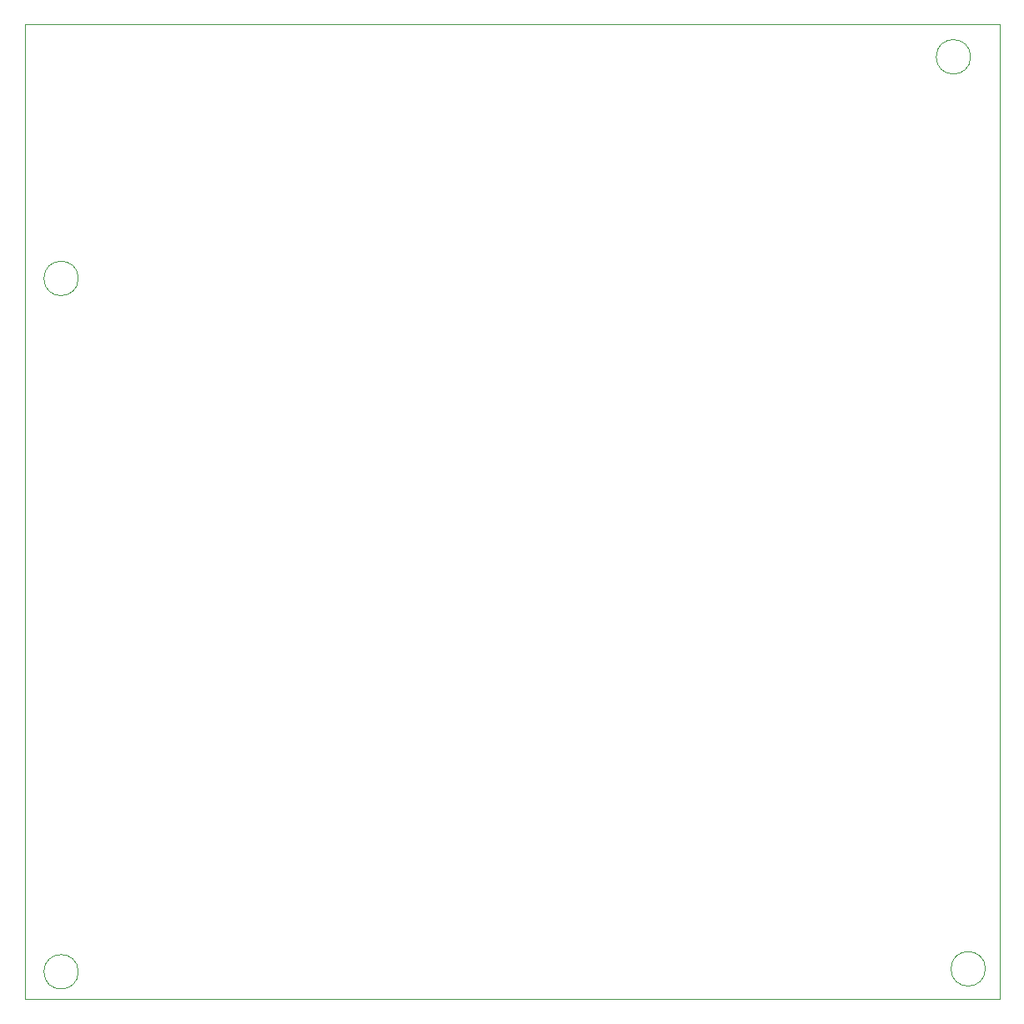
<source format=gbr>
%TF.GenerationSoftware,KiCad,Pcbnew,9.0.0*%
%TF.CreationDate,2025-02-26T11:53:00+01:00*%
%TF.ProjectId,game,67616d65-2e6b-4696-9361-645f70636258,rev?*%
%TF.SameCoordinates,Original*%
%TF.FileFunction,Profile,NP*%
%FSLAX46Y46*%
G04 Gerber Fmt 4.6, Leading zero omitted, Abs format (unit mm)*
G04 Created by KiCad (PCBNEW 9.0.0) date 2025-02-26 11:53:00*
%MOMM*%
%LPD*%
G01*
G04 APERTURE LIST*
%TA.AperFunction,Profile*%
%ADD10C,0.050000*%
%TD*%
G04 APERTURE END LIST*
D10*
X105346425Y-85600000D02*
G75*
G02*
X101853575Y-85600000I-1746425J0D01*
G01*
X101853575Y-85600000D02*
G75*
G02*
X105346425Y-85600000I1746425J0D01*
G01*
X105346425Y-156000000D02*
G75*
G02*
X101853575Y-156000000I-1746425J0D01*
G01*
X101853575Y-156000000D02*
G75*
G02*
X105346425Y-156000000I1746425J0D01*
G01*
X197446425Y-155700000D02*
G75*
G02*
X193953575Y-155700000I-1746425J0D01*
G01*
X193953575Y-155700000D02*
G75*
G02*
X197446425Y-155700000I1746425J0D01*
G01*
X195946425Y-63100000D02*
G75*
G02*
X192453575Y-63100000I-1746425J0D01*
G01*
X192453575Y-63100000D02*
G75*
G02*
X195946425Y-63100000I1746425J0D01*
G01*
X99900000Y-59800000D02*
X198900000Y-59800000D01*
X198900000Y-158800000D01*
X99900000Y-158800000D01*
X99900000Y-59800000D01*
M02*

</source>
